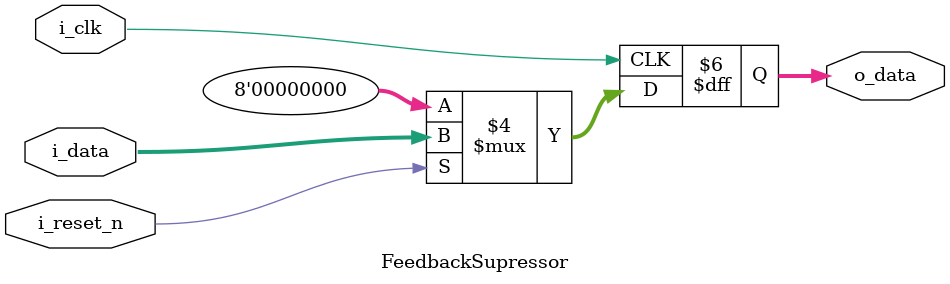
<source format=v>

`default_nettype none
`timescale 1ps/1ps

module FeedbackSupressor(
    input   wire    [0:0]   i_clk,
    input   wire    [0:0]   i_reset_n,
    input   wire    [7:0]   i_data,
    output  reg     [7:0]   o_data
);

always @(posedge i_clk) begin
    if(!i_reset_n) begin
        o_data <= 8'h00;
    end else begin
        o_data <= i_data;
    end
end

endmodule

</source>
